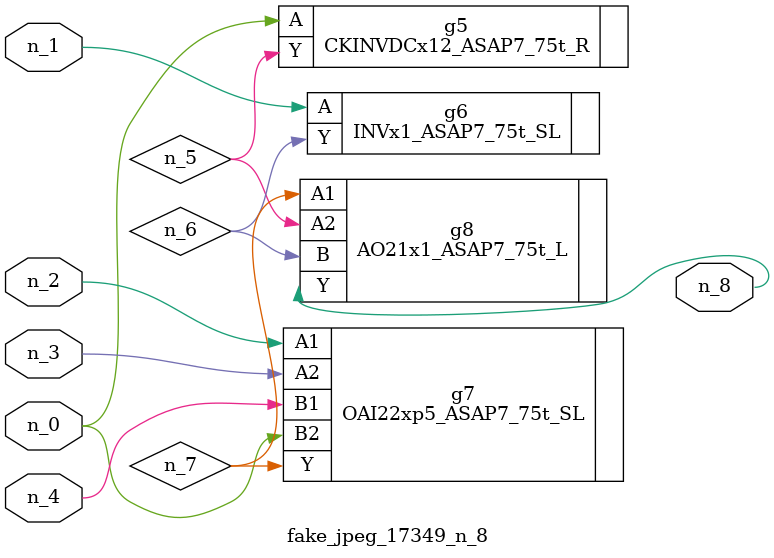
<source format=v>
module fake_jpeg_17349_n_8 (n_3, n_2, n_1, n_0, n_4, n_8);

input n_3;
input n_2;
input n_1;
input n_0;
input n_4;

output n_8;

wire n_6;
wire n_5;
wire n_7;

CKINVDCx12_ASAP7_75t_R g5 ( 
.A(n_0),
.Y(n_5)
);

INVx1_ASAP7_75t_SL g6 ( 
.A(n_1),
.Y(n_6)
);

OAI22xp5_ASAP7_75t_SL g7 ( 
.A1(n_2),
.A2(n_3),
.B1(n_4),
.B2(n_0),
.Y(n_7)
);

AO21x1_ASAP7_75t_L g8 ( 
.A1(n_7),
.A2(n_5),
.B(n_6),
.Y(n_8)
);


endmodule
</source>
